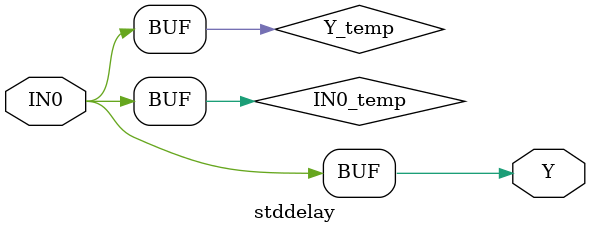
<source format=v>
module stddelay(IN0,Y);
  parameter DELAYS = 0;
  parameter
        d_IN0_r = 0,
        d_IN0_f = 0,
        d_Y_r = 1,
        d_Y_f = 1;
  input  IN0;
  output  Y;
  wire  IN0_temp;
  reg  Y_temp;
  assign #(d_IN0_r,d_IN0_f) IN0_temp = IN0;
  assign #(d_Y_r,d_Y_f) Y = Y_temp;
  always
    @(IN0_temp)
      Y_temp = IN0_temp;
endmodule

</source>
